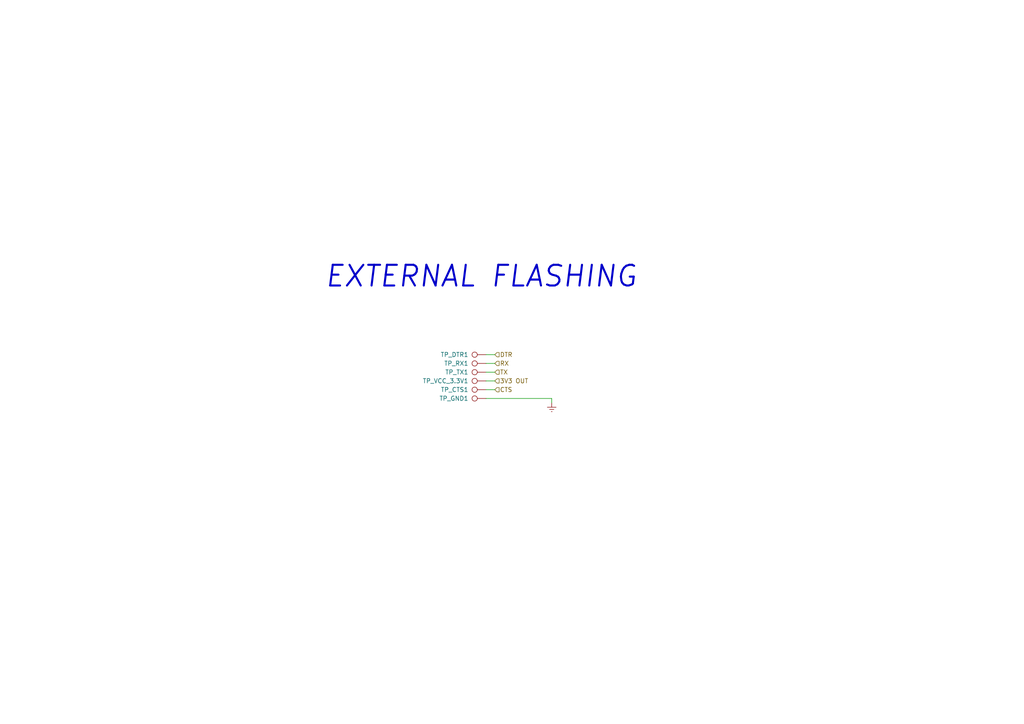
<source format=kicad_sch>
(kicad_sch (version 20211123) (generator eeschema)
  (paper "A4")
  (lib_symbols
    (symbol "Connector:TestPoint" (pin_numbers hide) (pin_names (offset 0.762) hide)
      (property "Reference" "TP" (at 0 6.858 0))
      (property "Value" "TestPoint" (at 0 5.08 0))
      (symbol "TestPoint_0_1"
        (circle (center 0 3.302) (radius 0.762))
      )
      (symbol "TestPoint_1_1"
        (pin passive line (at 0 0 90) (length 2.54) (name "1") (number "1"))
      )
    )
    (symbol "power:GNDREF" (power) (pin_names (offset 0))
      (property "Value" "GNDREF" (at 0 -3.81 0))
      (symbol "GNDREF_0_1"
        (polyline (pts (xy -0.635 -1.905) (xy 0.635 -1.905)))
        (polyline (pts (xy -0.127 -2.54) (xy 0.127 -2.54)))
        (polyline (pts (xy 0 -1.27) (xy 0 0)))
        (polyline (pts (xy 1.27 -1.27) (xy -1.27 -1.27)))
      )
      (symbol "GNDREF_1_1"
        (pin power_in line (at 0 0 270) (length 0) hide (name "GNDREF") (number "1"))
      )
    )
  )
  (wire (pts (xy 140.97 107.95) (xy 143.51 107.95)))
  (wire (pts (xy 160.02 115.57) (xy 160.02 116.84)))
  (wire (pts (xy 140.97 110.49) (xy 143.51 110.49)))
  (wire (pts (xy 143.51 113.03) (xy 140.97 113.03)))
  (wire (pts (xy 140.97 115.57) (xy 160.02 115.57)))
  (wire (pts (xy 143.51 102.87) (xy 140.97 102.87)))
  (wire (pts (xy 140.97 105.41) (xy 143.51 105.41)))
  (text "EXTERNAL FLASHING" (at 93.98 83.82 0) (effects (font (size 6 6) (thickness 0.6) bold italic) (justify left bottom)))
  (hierarchical_label "3V3 OUT" (shape input) (at 143.51 110.49 0))
  (hierarchical_label "DTR" (shape input) (at 143.51 102.87 0))
  (hierarchical_label "RX" (shape input) (at 143.51 105.41 0))
  (hierarchical_label "CTS" (shape input) (at 143.51 113.03 0))
  (hierarchical_label "TX" (shape input) (at 143.51 107.95 0))
  (symbol (lib_id "Connector:TestPoint") (at 140.97 102.87 90) (unit 1)
    (property "Reference" "TP_DTR1" (at 135.89 102.87 90) (effects (justify left)))
    (property "Value" "TestPoint" (effects hide))
    (property "Footprint" "TestPoint:TestPoint_Pad_D1.0mm" (effects hide))
    (property "Datasheet" "xxx" (effects hide))
    (property "#" "xxx" (effects hide))
    (property "Description" "Testing point" (effects hide))
    (property "Group" "External flash" (effects hide))
    (property "Mouser" "OK" (effects hide))
  )
  (symbol (lib_id "Connector:TestPoint") (at 140.97 107.95 90) (unit 1)
    (property "Reference" "TP_TX1" (at 135.89 107.95 90) (effects (justify left)))
    (property "Value" "TestPoint" (effects hide))
    (property "Footprint" "TestPoint:TestPoint_Pad_D1.0mm" (effects hide))
    (property "Datasheet" "xxx" (effects hide))
    (property "#" "xxx" (effects hide))
    (property "Description" "Testing point" (effects hide))
    (property "Group" "External flash" (effects hide))
    (property "Mouser" "OK" (effects hide))
  )
  (symbol (lib_id "Connector:TestPoint") (at 140.97 115.57 90) (unit 1)
    (property "Reference" "TP_GND1" (at 135.89 115.57 90) (effects (justify left)))
    (property "Value" "TestPoint" (effects hide))
    (property "Footprint" "TestPoint:TestPoint_Pad_D1.0mm" (effects hide))
    (property "Datasheet" "xxx" (effects hide))
    (property "#" "xxx" (effects hide))
    (property "Description" "Testing point" (effects hide))
    (property "Group" "External flash" (effects hide))
    (property "Mouser" "OK" (effects hide))
  )
  (symbol (lib_id "Connector:TestPoint") (at 140.97 110.49 90) (unit 1)
    (property "Reference" "TP_VCC_3.3V1" (at 135.89 110.49 90) (effects (justify left)))
    (property "Value" "TestPoint" (effects hide))
    (property "Footprint" "TestPoint:TestPoint_Pad_D1.0mm" (effects hide))
    (property "Datasheet" "xxx" (effects hide))
    (property "#" "xxx" (effects hide))
    (property "Description" "Testing point" (effects hide))
    (property "Group" "External flash" (effects hide))
    (property "Mouser" "OK" (effects hide))
  )
  (symbol (lib_id "Connector:TestPoint") (at 140.97 105.41 90) (unit 1)
    (property "Reference" "TP_RX1" (at 135.89 105.41 90) (effects (justify left)))
    (property "Value" "TestPoint" (effects hide))
    (property "Footprint" "TestPoint:TestPoint_Pad_D1.0mm" (effects hide))
    (property "Datasheet" "xxx" (effects hide))
    (property "#" "xxx" (effects hide))
    (property "Description" "Testing point" (effects hide))
    (property "Group" "External flash" (effects hide))
    (property "Mouser" "OK" (effects hide))
  )
  (symbol (lib_id "power:GNDREF") (at 160.02 116.84 0) (unit 1)
    (property "Reference" "#PWR0135" (effects hide))
    (property "Value" "GNDREF" (effects hide))
  )
  (symbol (lib_id "Connector:TestPoint") (at 140.97 113.03 90) (unit 1)
    (property "Reference" "TP_CTS1" (at 135.89 113.03 90) (effects (justify left)))
    (property "Value" "TestPoint" (effects hide))
    (property "Footprint" "TestPoint:TestPoint_Pad_D1.0mm" (effects hide))
    (property "Datasheet" "xxx" (effects hide))
    (property "#" "xxx" (effects hide))
    (property "Description" "Testing point" (effects hide))
    (property "Group" "External flash" (effects hide))
    (property "Mouser" "OK" (effects hide))
  )
)
</source>
